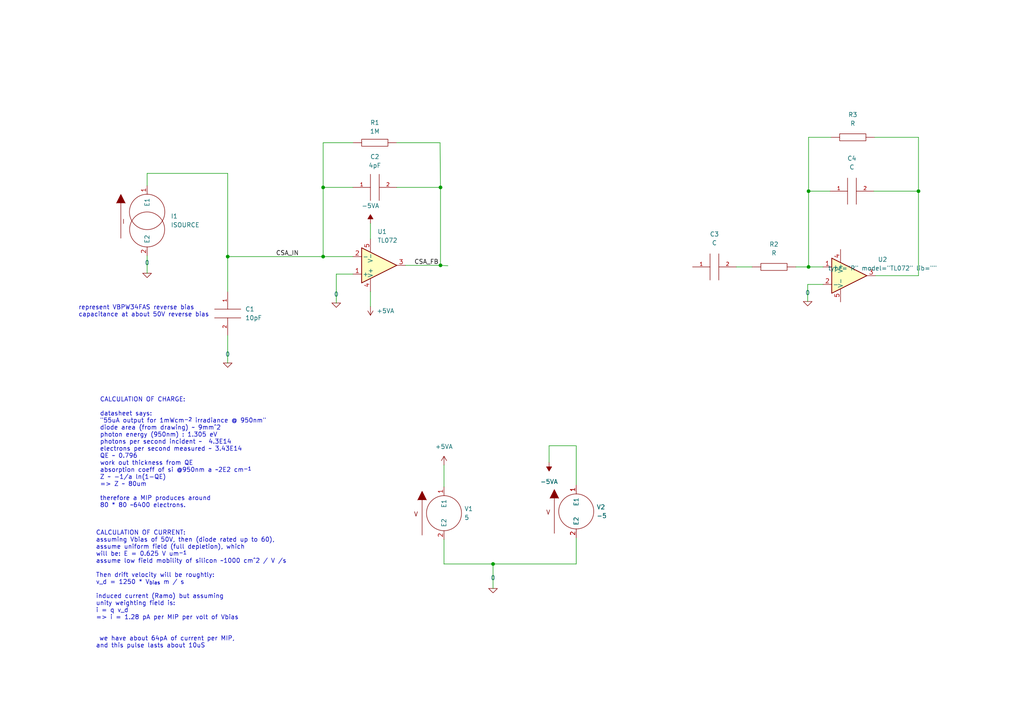
<source format=kicad_sch>
(kicad_sch (version 20211123) (generator eeschema)
  (paper "A4")
  (lib_symbols
    (symbol "power:+5VA" (power) (pin_names (offset 0))
      (property "Value" "+5VA" (at 0 3.556 0))
      (symbol "+5VA_0_1"
        (polyline (pts (xy -0.762 1.27) (xy 0 2.54)))
        (polyline (pts (xy 0 0) (xy 0 2.54)))
        (polyline (pts (xy 0 2.54) (xy 0.762 1.27)))
      )
      (symbol "+5VA_1_1"
        (pin power_in line (at 0 0 90) (length 0) hide (name "+5VA") (number "1"))
      )
    )
    (symbol "power:-5VA" (power) (pin_names (offset 0))
      (property "Value" "-5VA" (at 0 3.81 0))
      (symbol "-5VA_0_0"
        (pin power_in line (at 0 0 90) (length 0) hide (name "-5VA") (number "1"))
      )
      (symbol "-5VA_0_1"
        (polyline (pts (xy 0 0) (xy 0 1.27) (xy 0.762 1.27) (xy 0 2.54) (xy -0.762 1.27) (xy 0 1.27)) (fill (type outline)))
      )
    )
    (symbol "pspice:0" (power) (pin_names (offset 0))
      (property "Value" "0" (at 0 -1.778 0))
      (symbol "0_0_1"
        (polyline (pts (xy -1.27 0) (xy 0 -1.27) (xy 1.27 0) (xy -1.27 0)))
      )
      (symbol "0_1_1"
        (pin power_in line (at 0 0 0) (length 0) hide (name "0") (number "1"))
      )
    )
    (symbol "pspice:C" (pin_names (offset 0.254))
      (property "Reference" "C" (at 2.54 3.81 90))
      (property "Value" "C" (at 2.54 -3.81 90))
      (symbol "C_0_1"
        (polyline (pts (xy -3.81 -1.27) (xy 3.81 -1.27)))
        (polyline (pts (xy -3.81 1.27) (xy 3.81 1.27)))
      )
      (symbol "C_1_1"
        (pin passive line (at 0 6.35 270) (length 5.08) (name "~") (number "1"))
        (pin passive line (at 0 -6.35 90) (length 5.08) (name "~") (number "2"))
      )
    )
    (symbol "pspice:ISOURCE" (pin_names (offset 1.016))
      (property "Reference" "I" (at -7.62 8.89 0))
      (property "Value" "ISOURCE" (at 0 0 0))
      (symbol "ISOURCE_0_1"
        (circle (center 0 -2.54) (radius 5.08))
        (polyline (pts (xy -7.62 -5.08) (xy -7.62 5.08)) (fill (type outline)))
        (polyline (pts (xy -8.89 5.08) (xy -7.62 7.62) (xy -6.35 5.08)) (fill (type outline)))
        (circle (center 0 2.54) (radius 5.1308))
        (text "I" (at -6.858 -0.254 0) (effects (font (size 1.27 1.27))))
      )
      (symbol "ISOURCE_1_1"
        (pin input line (at 0 10.16 270) (length 2.54) (name "E1") (number "1"))
        (pin input line (at 0 -10.16 90) (length 2.54) (name "E2") (number "2"))
      )
    )
    (symbol "pspice:OPAMP" (pin_names (offset 0.254))
      (property "Reference" "U" (at 3.81 3.175 0))
      (property "Value" "OPAMP" (at 3.81 -3.175 0))
      (symbol "OPAMP_0_1"
        (polyline (pts (xy 5.08 0) (xy -5.08 5.08) (xy -5.08 -5.08) (xy 5.08 0)) (stroke (width 0.254)) (fill (type background)))
      )
      (symbol "OPAMP_1_1"
        (pin input line (at -7.62 2.54 0) (length 2.54) (name "+") (number "1"))
        (pin input line (at -7.62 -2.54 0) (length 2.54) (name "-") (number "2"))
        (pin output line (at 7.62 0 180) (length 2.54) (name "~") (number "3"))
        (pin power_in line (at -2.54 7.62 270) (length 3.81) (name "V+") (number "4"))
        (pin power_in line (at -2.54 -7.62 90) (length 3.81) (name "V-") (number "5"))
      )
    )
    (symbol "pspice:R" (pin_numbers hide) (pin_names (offset 0))
      (property "Reference" "R" (at 2.032 0 90))
      (property "Value" "R" (at 0 0 90))
      (symbol "R_0_1"
        (rectangle (start -1.016 3.81) (end 1.016 -3.81))
      )
      (symbol "R_1_1"
        (pin passive line (at 0 6.35 270) (length 2.54) (name "~") (number "1"))
        (pin passive line (at 0 -6.35 90) (length 2.54) (name "~") (number "2"))
      )
    )
    (symbol "pspice:VSOURCE" (pin_names (offset 1.016))
      (property "Reference" "V" (at -6.35 7.62 0))
      (property "Value" "VSOURCE" (at 0 0 0))
      (symbol "VSOURCE_0_1"
        (polyline (pts (xy -6.35 -6.35) (xy -6.35 3.81)) (fill (type outline)))
        (polyline (pts (xy -7.62 3.81) (xy -6.35 6.35) (xy -5.08 3.81)) (fill (type outline)))
        (circle (center 0 0) (radius 5.08))
        (text "V" (at -8.128 -0.254 0) (effects (font (size 1.27 1.27))))
      )
      (symbol "VSOURCE_1_1"
        (pin input line (at 0 7.62 270) (length 2.54) (name "E1") (number "1"))
        (pin input line (at 0 -7.62 90) (length 2.54) (name "E2") (number "2"))
      )
    )
  )
  (junction (at 93.726 74.422))
  (junction (at 234.5182 77.4192))
  (junction (at 66.04 74.422))
  (junction (at 127.762 54.356))
  (junction (at 143.002 163.576))
  (junction (at 127.762 76.962))
  (junction (at 266.3952 55.4482))
  (junction (at 93.726 54.356))
  (junction (at 234.5182 55.4482))
  (wire (pts (xy 42.672 74.168) (xy 42.672 79.248)))
  (wire (pts (xy 159.258 129.286) (xy 167.132 129.286)))
  (wire (pts (xy 230.8352 77.4192) (xy 234.5182 77.4192)))
  (wire (pts (xy 127.762 76.962) (xy 129.921 77.089)))
  (wire (pts (xy 253.6952 39.8272) (xy 266.3952 39.8272)))
  (wire (pts (xy 66.04 74.422) (xy 93.726 74.422)))
  (wire (pts (xy 93.726 41.402) (xy 93.726 54.356)))
  (wire (pts (xy 115.062 54.356) (xy 127.762 54.356)))
  (wire (pts (xy 234.5182 39.8272) (xy 234.5182 55.4482)))
  (wire (pts (xy 97.536 87.884) (xy 97.536 79.502)))
  (wire (pts (xy 234.2642 87.4522) (xy 234.2642 82.4992)))
  (wire (pts (xy 66.04 50.292) (xy 66.04 74.422)))
  (wire (pts (xy 253.4412 55.4482) (xy 266.3952 55.4482)))
  (wire (pts (xy 128.778 163.576) (xy 128.778 156.464)))
  (wire (pts (xy 127.635 41.402) (xy 127.762 54.356)))
  (wire (pts (xy 159.258 129.286) (xy 159.258 134.112)))
  (wire (pts (xy 213.5632 77.4192) (xy 218.1352 77.4192)))
  (wire (pts (xy 42.672 53.848) (xy 42.672 50.292)))
  (wire (pts (xy 167.132 163.576) (xy 143.002 163.576)))
  (wire (pts (xy 66.04 97.282) (xy 66.04 105.283)))
  (wire (pts (xy 66.04 74.422) (xy 66.04 84.582)))
  (wire (pts (xy 115.062 41.402) (xy 127.635 41.402)))
  (wire (pts (xy 93.726 54.356) (xy 102.362 54.356)))
  (wire (pts (xy 240.7412 55.4482) (xy 234.5182 55.4482)))
  (wire (pts (xy 266.3952 79.9592) (xy 253.9492 79.9592)))
  (wire (pts (xy 266.3952 55.4482) (xy 266.3952 79.9592)))
  (wire (pts (xy 167.132 129.286) (xy 167.132 140.716)))
  (wire (pts (xy 143.002 170.688) (xy 143.002 163.576)))
  (wire (pts (xy 97.536 79.502) (xy 102.362 79.502)))
  (wire (pts (xy 127.762 76.962) (xy 117.602 76.962)))
  (wire (pts (xy 234.2642 82.4992) (xy 238.7092 82.4992)))
  (wire (pts (xy 42.672 50.292) (xy 66.04 50.292)))
  (wire (pts (xy 234.5182 77.4192) (xy 238.7092 77.4192)))
  (wire (pts (xy 127.762 54.356) (xy 127.762 76.962)))
  (wire (pts (xy 107.442 64.77) (xy 107.442 69.342)))
  (wire (pts (xy 128.778 134.874) (xy 128.778 141.224)))
  (wire (pts (xy 266.3952 39.8272) (xy 266.3952 55.4482)))
  (wire (pts (xy 93.726 54.356) (xy 93.726 74.422)))
  (wire (pts (xy 167.132 155.956) (xy 167.132 163.576)))
  (wire (pts (xy 240.9952 39.8272) (xy 234.5182 39.8272)))
  (wire (pts (xy 234.5182 55.4482) (xy 234.5182 77.4192)))
  (wire (pts (xy 107.442 84.582) (xy 107.442 88.9)))
  (wire (pts (xy 143.002 163.576) (xy 128.778 163.576)))
  (wire (pts (xy 102.362 41.402) (xy 93.726 41.402)))
  (wire (pts (xy 93.726 74.422) (xy 102.362 74.422)))
  (text "CALCULATION OF CURRENT:\nassuming Vbias of 50V, then (diode rated up to 60),\nassume uniform field (full depletion), which\nwill be: E = 0.625 V um^{-1}\nassume low field mobility of silicon ~1000 cm^2 / V /s\n\nThen drift velocity will be roughtly:\nv_d = 1250 * V_{bias} m / s\n\ninduced current (Ramo) but assuming\nunity weighting field is:\ni = q v_d\n=> i = 1.28 pA per MIP per volt of Vbias\n\n\n we have about 64pA of current per MIP,\nand this pulse lasts about 10uS\n\n" (at 27.7876 190.1444 0) (effects (font (size 1.27 1.27)) (justify left bottom)))
  (text "represent VBPW34FAS reverse bias \ncapacitance at about 50V reverse bias" (at 22.733 92.075 0) (effects (font (size 1.27 1.27)) (justify left bottom)))
  (text "CALCULATION OF CHARGE:\n\ndatasheet says:\n\"55uA output for 1mWcm^{-2} irradiance @ 950nm\"\ndiode area (from drawing) ~ 9mm^2\nphoton energy (950nm) : 1.305 eV\nphotons per second incident ~  4.3E14\nelectrons per second measured ~ 3.43E14\nQE ~ 0.796\nwork out thickness from QE\nabsorption coeff of si @950nm a ~2E2 cm^{-1}\nZ ~ -1/a ln(1-QE)\n=> Z ~ 80um\n\ntherefore a MIP produces around \n80 * 80 ~6400 electrons.\n\n\n\n" (at 28.956 153.543 0) (effects (font (size 1.27 1.27)) (justify left bottom)))
  (label "CSA_FB" (at 120.142 76.962 0))
  (label "CSA_IN" (at 80.01 74.422 0))
  (symbol (lib_id "pspice:C") (at 207.2132 77.4192 90) (unit 1)
    (property "Reference" "C3" (at 207.2132 67.9196 90))
    (property "Value" "C" (at 207.2132 70.4596 90))
    (property "Spice_Primitive" "C" (effects hide))
    (property "Spice_Model" "C" (effects hide))
    (property "Spice_Netlist_Enabled" "N" (effects hide))
  )
  (symbol (lib_id "pspice:R") (at 247.3452 39.8272 90) (unit 1)
    (property "Reference" "R3" (at 247.3452 33.274 90))
    (property "Value" "R" (at 247.3452 35.814 90))
    (property "Spice_Primitive" "R" (effects hide))
    (property "Spice_Model" "R" (effects hide))
    (property "Spice_Netlist_Enabled" "N" (effects hide))
  )
  (symbol (lib_id "power:+5VA") (at 128.778 134.874 0) (unit 1)
    (property "Reference" "#PWR03" (effects hide))
    (property "Value" "+5VA" (at 128.778 129.54 0))
  )
  (symbol (lib_id "pspice:0") (at 66.04 105.283 0) (unit 1)
    (property "Reference" "#GND02" (effects hide))
    (property "Value" "0" (at 66.04 102.743 0))
  )
  (symbol (lib_id "pspice:R") (at 224.4852 77.4192 90) (unit 1)
    (property "Reference" "R2" (at 224.4852 70.866 90))
    (property "Value" "R" (at 224.4852 73.406 90))
    (property "Spice_Primitive" "R" (effects hide))
    (property "Spice_Model" "R" (effects hide))
    (property "Spice_Netlist_Enabled" "N" (effects hide))
  )
  (symbol (lib_id "power:+5VA") (at 107.442 88.9 180) (unit 1)
    (property "Reference" "#PWR02" (effects hide))
    (property "Value" "+5VA" (at 109.22 90.1699 0) (effects (justify right)))
  )
  (symbol (lib_id "pspice:ISOURCE") (at 42.672 64.008 0) (unit 1)
    (property "Reference" "I1" (at 49.53 62.7125 0) (effects (justify left)))
    (property "Value" "ISOURCE" (at 49.53 65.2525 0) (effects (justify left)))
    (property "Spice_Primitive" "I" (effects hide))
    (property "Spice_Model" "ac 10p" (effects hide))
    (property "Spice_Netlist_Enabled" "Y" (effects hide))
  )
  (symbol (lib_id "pspice:OPAMP") (at 246.3292 79.9592 0) (unit 1)
    (property "Reference" "U2" (at 255.9812 75.2602 0))
    (property "Value" "TL072" (at 255.9812 77.8002 0))
    (property "Spice_Primitive" "R" (effects hide))
    (property "Spice_Netlist_Enabled" "N" (effects hide))
  )
  (symbol (lib_id "pspice:0") (at 42.672 79.248 0) (unit 1)
    (property "Reference" "#GND01" (effects hide))
    (property "Value" "0" (at 42.672 76.2 0))
  )
  (symbol (lib_id "pspice:0") (at 143.002 170.688 0) (unit 1)
    (property "Reference" "#GND04" (effects hide))
    (property "Value" "0" (at 143.002 167.5892 0))
  )
  (symbol (lib_id "pspice:C") (at 66.04 90.932 0) (unit 1)
    (property "Reference" "C1" (at 71.12 89.6619 0) (effects (justify left)))
    (property "Value" "10pF" (at 71.12 92.2019 0) (effects (justify left)))
  )
  (symbol (lib_id "power:-5VA") (at 159.258 134.112 180) (unit 1)
    (property "Reference" "#PWR04" (effects hide))
    (property "Value" "-5VA" (at 159.258 139.7 0))
  )
  (symbol (lib_id "pspice:VSOURCE") (at 128.778 148.844 0) (unit 1)
    (property "Reference" "V1" (at 134.6708 147.5739 0) (effects (justify left)))
    (property "Value" "VSOURCE" (at 134.6708 150.1139 0) (effects (justify left)))
    (property "Spice_Primitive" "V" (effects hide))
    (property "Spice_Model" "dc 5" (effects hide))
    (property "Spice_Netlist_Enabled" "Y" (effects hide))
  )
  (symbol (lib_id "pspice:OPAMP") (at 109.982 76.962 0) (mirror x) (unit 1)
    (property "Reference" "U1" (at 109.4614 67.183 0) (effects (justify left)))
    (property "Value" "TL072" (at 109.4614 69.723 0) (effects (justify left)))
    (property "Spice_Primitive" "X" (effects hide))
    (property "Spice_Model" "TL072" (effects hide))
    (property "Spice_Netlist_Enabled" "Y" (effects hide))
    (property "Spice_Node_Sequence" "1 2 4 5 3" (effects hide))
    (property "Spice_Lib_File" "TL072.301" (effects hide))
  )
  (symbol (lib_id "pspice:C") (at 108.712 54.356 90) (unit 1)
    (property "Reference" "C2" (at 108.712 45.466 90))
    (property "Value" "4pF" (at 108.712 48.006 90))
  )
  (symbol (lib_id "pspice:VSOURCE") (at 167.132 148.336 0) (unit 1)
    (property "Reference" "V2" (at 173.0248 147.0659 0) (effects (justify left)))
    (property "Value" "VSOURCE" (at 173.0248 149.6059 0) (effects (justify left)))
    (property "Spice_Primitive" "V" (effects hide))
    (property "Spice_Model" "dc -5" (effects hide))
    (property "Spice_Netlist_Enabled" "Y" (effects hide))
  )
  (symbol (lib_id "pspice:C") (at 247.0912 55.4482 90) (unit 1)
    (property "Reference" "C4" (at 247.0912 45.9486 90))
    (property "Value" "C" (at 247.0912 48.4886 90))
    (property "Spice_Primitive" "C" (effects hide))
    (property "Spice_Model" "C" (effects hide))
    (property "Spice_Netlist_Enabled" "N" (effects hide))
  )
  (symbol (lib_id "power:-5VA") (at 107.442 64.77 0) (unit 1)
    (property "Reference" "#PWR01" (effects hide))
    (property "Value" "-5VA" (at 107.442 59.69 0))
  )
  (symbol (lib_id "pspice:0") (at 234.2642 87.4522 0) (unit 1)
    (property "Reference" "#GND05" (effects hide))
    (property "Value" "0" (at 234.2642 84.9122 0))
  )
  (symbol (lib_id "pspice:0") (at 97.536 87.884 0) (unit 1)
    (property "Reference" "#GND03" (effects hide))
    (property "Value" "0" (at 97.536 85.344 0))
  )
  (symbol (lib_id "pspice:R") (at 108.712 41.402 90) (unit 1)
    (property "Reference" "R1" (at 108.712 35.56 90))
    (property "Value" "1M" (at 108.712 38.1 90))
    (property "Spice_Primitive" "R" (effects hide))
    (property "Spice_Model" "1Meg" (effects hide))
    (property "Spice_Netlist_Enabled" "Y" (effects hide))
  )
)
</source>
